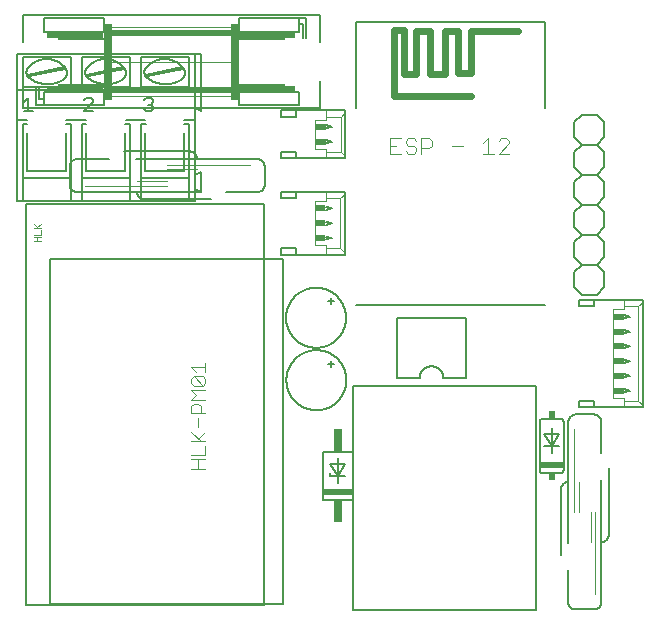
<source format=gto>
G75*
%MOIN*%
%OFA0B0*%
%FSLAX25Y25*%
%IPPOS*%
%LPD*%
%AMOC8*
5,1,8,0,0,1.08239X$1,22.5*
%
%ADD10C,0.00600*%
%ADD11C,0.00500*%
%ADD12C,0.00800*%
%ADD13C,0.00200*%
%ADD14R,0.03445X0.01969*%
%ADD15R,0.02500X0.04500*%
%ADD16R,0.02500X0.16000*%
%ADD17R,0.40000X0.02000*%
%ADD18R,0.15500X0.00500*%
%ADD19R,0.19000X0.02000*%
%ADD20C,0.00400*%
%ADD21R,0.08000X0.02000*%
%ADD22R,0.02000X0.02500*%
%ADD23R,0.10000X0.02000*%
%ADD24R,0.03000X0.07500*%
%ADD25C,0.02400*%
D10*
X0091335Y0078543D02*
X0091338Y0078788D01*
X0091347Y0079034D01*
X0091362Y0079279D01*
X0091383Y0079523D01*
X0091410Y0079767D01*
X0091443Y0080010D01*
X0091482Y0080253D01*
X0091527Y0080494D01*
X0091578Y0080734D01*
X0091635Y0080973D01*
X0091697Y0081210D01*
X0091766Y0081446D01*
X0091840Y0081680D01*
X0091920Y0081912D01*
X0092005Y0082142D01*
X0092096Y0082370D01*
X0092193Y0082595D01*
X0092295Y0082819D01*
X0092403Y0083039D01*
X0092516Y0083257D01*
X0092634Y0083472D01*
X0092758Y0083684D01*
X0092886Y0083893D01*
X0093020Y0084099D01*
X0093159Y0084301D01*
X0093303Y0084500D01*
X0093452Y0084695D01*
X0093605Y0084887D01*
X0093763Y0085075D01*
X0093925Y0085259D01*
X0094093Y0085438D01*
X0094264Y0085614D01*
X0094440Y0085785D01*
X0094619Y0085953D01*
X0094803Y0086115D01*
X0094991Y0086273D01*
X0095183Y0086426D01*
X0095378Y0086575D01*
X0095577Y0086719D01*
X0095779Y0086858D01*
X0095985Y0086992D01*
X0096194Y0087120D01*
X0096406Y0087244D01*
X0096621Y0087362D01*
X0096839Y0087475D01*
X0097059Y0087583D01*
X0097283Y0087685D01*
X0097508Y0087782D01*
X0097736Y0087873D01*
X0097966Y0087958D01*
X0098198Y0088038D01*
X0098432Y0088112D01*
X0098668Y0088181D01*
X0098905Y0088243D01*
X0099144Y0088300D01*
X0099384Y0088351D01*
X0099625Y0088396D01*
X0099868Y0088435D01*
X0100111Y0088468D01*
X0100355Y0088495D01*
X0100599Y0088516D01*
X0100844Y0088531D01*
X0101090Y0088540D01*
X0101335Y0088543D01*
X0101580Y0088540D01*
X0101826Y0088531D01*
X0102071Y0088516D01*
X0102315Y0088495D01*
X0102559Y0088468D01*
X0102802Y0088435D01*
X0103045Y0088396D01*
X0103286Y0088351D01*
X0103526Y0088300D01*
X0103765Y0088243D01*
X0104002Y0088181D01*
X0104238Y0088112D01*
X0104472Y0088038D01*
X0104704Y0087958D01*
X0104934Y0087873D01*
X0105162Y0087782D01*
X0105387Y0087685D01*
X0105611Y0087583D01*
X0105831Y0087475D01*
X0106049Y0087362D01*
X0106264Y0087244D01*
X0106476Y0087120D01*
X0106685Y0086992D01*
X0106891Y0086858D01*
X0107093Y0086719D01*
X0107292Y0086575D01*
X0107487Y0086426D01*
X0107679Y0086273D01*
X0107867Y0086115D01*
X0108051Y0085953D01*
X0108230Y0085785D01*
X0108406Y0085614D01*
X0108577Y0085438D01*
X0108745Y0085259D01*
X0108907Y0085075D01*
X0109065Y0084887D01*
X0109218Y0084695D01*
X0109367Y0084500D01*
X0109511Y0084301D01*
X0109650Y0084099D01*
X0109784Y0083893D01*
X0109912Y0083684D01*
X0110036Y0083472D01*
X0110154Y0083257D01*
X0110267Y0083039D01*
X0110375Y0082819D01*
X0110477Y0082595D01*
X0110574Y0082370D01*
X0110665Y0082142D01*
X0110750Y0081912D01*
X0110830Y0081680D01*
X0110904Y0081446D01*
X0110973Y0081210D01*
X0111035Y0080973D01*
X0111092Y0080734D01*
X0111143Y0080494D01*
X0111188Y0080253D01*
X0111227Y0080010D01*
X0111260Y0079767D01*
X0111287Y0079523D01*
X0111308Y0079279D01*
X0111323Y0079034D01*
X0111332Y0078788D01*
X0111335Y0078543D01*
X0111332Y0078298D01*
X0111323Y0078052D01*
X0111308Y0077807D01*
X0111287Y0077563D01*
X0111260Y0077319D01*
X0111227Y0077076D01*
X0111188Y0076833D01*
X0111143Y0076592D01*
X0111092Y0076352D01*
X0111035Y0076113D01*
X0110973Y0075876D01*
X0110904Y0075640D01*
X0110830Y0075406D01*
X0110750Y0075174D01*
X0110665Y0074944D01*
X0110574Y0074716D01*
X0110477Y0074491D01*
X0110375Y0074267D01*
X0110267Y0074047D01*
X0110154Y0073829D01*
X0110036Y0073614D01*
X0109912Y0073402D01*
X0109784Y0073193D01*
X0109650Y0072987D01*
X0109511Y0072785D01*
X0109367Y0072586D01*
X0109218Y0072391D01*
X0109065Y0072199D01*
X0108907Y0072011D01*
X0108745Y0071827D01*
X0108577Y0071648D01*
X0108406Y0071472D01*
X0108230Y0071301D01*
X0108051Y0071133D01*
X0107867Y0070971D01*
X0107679Y0070813D01*
X0107487Y0070660D01*
X0107292Y0070511D01*
X0107093Y0070367D01*
X0106891Y0070228D01*
X0106685Y0070094D01*
X0106476Y0069966D01*
X0106264Y0069842D01*
X0106049Y0069724D01*
X0105831Y0069611D01*
X0105611Y0069503D01*
X0105387Y0069401D01*
X0105162Y0069304D01*
X0104934Y0069213D01*
X0104704Y0069128D01*
X0104472Y0069048D01*
X0104238Y0068974D01*
X0104002Y0068905D01*
X0103765Y0068843D01*
X0103526Y0068786D01*
X0103286Y0068735D01*
X0103045Y0068690D01*
X0102802Y0068651D01*
X0102559Y0068618D01*
X0102315Y0068591D01*
X0102071Y0068570D01*
X0101826Y0068555D01*
X0101580Y0068546D01*
X0101335Y0068543D01*
X0101090Y0068546D01*
X0100844Y0068555D01*
X0100599Y0068570D01*
X0100355Y0068591D01*
X0100111Y0068618D01*
X0099868Y0068651D01*
X0099625Y0068690D01*
X0099384Y0068735D01*
X0099144Y0068786D01*
X0098905Y0068843D01*
X0098668Y0068905D01*
X0098432Y0068974D01*
X0098198Y0069048D01*
X0097966Y0069128D01*
X0097736Y0069213D01*
X0097508Y0069304D01*
X0097283Y0069401D01*
X0097059Y0069503D01*
X0096839Y0069611D01*
X0096621Y0069724D01*
X0096406Y0069842D01*
X0096194Y0069966D01*
X0095985Y0070094D01*
X0095779Y0070228D01*
X0095577Y0070367D01*
X0095378Y0070511D01*
X0095183Y0070660D01*
X0094991Y0070813D01*
X0094803Y0070971D01*
X0094619Y0071133D01*
X0094440Y0071301D01*
X0094264Y0071472D01*
X0094093Y0071648D01*
X0093925Y0071827D01*
X0093763Y0072011D01*
X0093605Y0072199D01*
X0093452Y0072391D01*
X0093303Y0072586D01*
X0093159Y0072785D01*
X0093020Y0072987D01*
X0092886Y0073193D01*
X0092758Y0073402D01*
X0092634Y0073614D01*
X0092516Y0073829D01*
X0092403Y0074047D01*
X0092295Y0074267D01*
X0092193Y0074491D01*
X0092096Y0074716D01*
X0092005Y0074944D01*
X0091920Y0075174D01*
X0091840Y0075406D01*
X0091766Y0075640D01*
X0091697Y0075876D01*
X0091635Y0076113D01*
X0091578Y0076352D01*
X0091527Y0076592D01*
X0091482Y0076833D01*
X0091443Y0077076D01*
X0091410Y0077319D01*
X0091383Y0077563D01*
X0091362Y0077807D01*
X0091347Y0078052D01*
X0091338Y0078298D01*
X0091335Y0078543D01*
X0105335Y0084043D02*
X0106335Y0084043D01*
X0107335Y0084043D01*
X0106335Y0084043D02*
X0106335Y0083043D01*
X0106335Y0084043D02*
X0106335Y0085043D01*
X0091228Y0099370D02*
X0091231Y0099615D01*
X0091240Y0099861D01*
X0091255Y0100106D01*
X0091276Y0100350D01*
X0091303Y0100594D01*
X0091336Y0100837D01*
X0091375Y0101080D01*
X0091420Y0101321D01*
X0091471Y0101561D01*
X0091528Y0101800D01*
X0091590Y0102037D01*
X0091659Y0102273D01*
X0091733Y0102507D01*
X0091813Y0102739D01*
X0091898Y0102969D01*
X0091989Y0103197D01*
X0092086Y0103422D01*
X0092188Y0103646D01*
X0092296Y0103866D01*
X0092409Y0104084D01*
X0092527Y0104299D01*
X0092651Y0104511D01*
X0092779Y0104720D01*
X0092913Y0104926D01*
X0093052Y0105128D01*
X0093196Y0105327D01*
X0093345Y0105522D01*
X0093498Y0105714D01*
X0093656Y0105902D01*
X0093818Y0106086D01*
X0093986Y0106265D01*
X0094157Y0106441D01*
X0094333Y0106612D01*
X0094512Y0106780D01*
X0094696Y0106942D01*
X0094884Y0107100D01*
X0095076Y0107253D01*
X0095271Y0107402D01*
X0095470Y0107546D01*
X0095672Y0107685D01*
X0095878Y0107819D01*
X0096087Y0107947D01*
X0096299Y0108071D01*
X0096514Y0108189D01*
X0096732Y0108302D01*
X0096952Y0108410D01*
X0097176Y0108512D01*
X0097401Y0108609D01*
X0097629Y0108700D01*
X0097859Y0108785D01*
X0098091Y0108865D01*
X0098325Y0108939D01*
X0098561Y0109008D01*
X0098798Y0109070D01*
X0099037Y0109127D01*
X0099277Y0109178D01*
X0099518Y0109223D01*
X0099761Y0109262D01*
X0100004Y0109295D01*
X0100248Y0109322D01*
X0100492Y0109343D01*
X0100737Y0109358D01*
X0100983Y0109367D01*
X0101228Y0109370D01*
X0101473Y0109367D01*
X0101719Y0109358D01*
X0101964Y0109343D01*
X0102208Y0109322D01*
X0102452Y0109295D01*
X0102695Y0109262D01*
X0102938Y0109223D01*
X0103179Y0109178D01*
X0103419Y0109127D01*
X0103658Y0109070D01*
X0103895Y0109008D01*
X0104131Y0108939D01*
X0104365Y0108865D01*
X0104597Y0108785D01*
X0104827Y0108700D01*
X0105055Y0108609D01*
X0105280Y0108512D01*
X0105504Y0108410D01*
X0105724Y0108302D01*
X0105942Y0108189D01*
X0106157Y0108071D01*
X0106369Y0107947D01*
X0106578Y0107819D01*
X0106784Y0107685D01*
X0106986Y0107546D01*
X0107185Y0107402D01*
X0107380Y0107253D01*
X0107572Y0107100D01*
X0107760Y0106942D01*
X0107944Y0106780D01*
X0108123Y0106612D01*
X0108299Y0106441D01*
X0108470Y0106265D01*
X0108638Y0106086D01*
X0108800Y0105902D01*
X0108958Y0105714D01*
X0109111Y0105522D01*
X0109260Y0105327D01*
X0109404Y0105128D01*
X0109543Y0104926D01*
X0109677Y0104720D01*
X0109805Y0104511D01*
X0109929Y0104299D01*
X0110047Y0104084D01*
X0110160Y0103866D01*
X0110268Y0103646D01*
X0110370Y0103422D01*
X0110467Y0103197D01*
X0110558Y0102969D01*
X0110643Y0102739D01*
X0110723Y0102507D01*
X0110797Y0102273D01*
X0110866Y0102037D01*
X0110928Y0101800D01*
X0110985Y0101561D01*
X0111036Y0101321D01*
X0111081Y0101080D01*
X0111120Y0100837D01*
X0111153Y0100594D01*
X0111180Y0100350D01*
X0111201Y0100106D01*
X0111216Y0099861D01*
X0111225Y0099615D01*
X0111228Y0099370D01*
X0111225Y0099125D01*
X0111216Y0098879D01*
X0111201Y0098634D01*
X0111180Y0098390D01*
X0111153Y0098146D01*
X0111120Y0097903D01*
X0111081Y0097660D01*
X0111036Y0097419D01*
X0110985Y0097179D01*
X0110928Y0096940D01*
X0110866Y0096703D01*
X0110797Y0096467D01*
X0110723Y0096233D01*
X0110643Y0096001D01*
X0110558Y0095771D01*
X0110467Y0095543D01*
X0110370Y0095318D01*
X0110268Y0095094D01*
X0110160Y0094874D01*
X0110047Y0094656D01*
X0109929Y0094441D01*
X0109805Y0094229D01*
X0109677Y0094020D01*
X0109543Y0093814D01*
X0109404Y0093612D01*
X0109260Y0093413D01*
X0109111Y0093218D01*
X0108958Y0093026D01*
X0108800Y0092838D01*
X0108638Y0092654D01*
X0108470Y0092475D01*
X0108299Y0092299D01*
X0108123Y0092128D01*
X0107944Y0091960D01*
X0107760Y0091798D01*
X0107572Y0091640D01*
X0107380Y0091487D01*
X0107185Y0091338D01*
X0106986Y0091194D01*
X0106784Y0091055D01*
X0106578Y0090921D01*
X0106369Y0090793D01*
X0106157Y0090669D01*
X0105942Y0090551D01*
X0105724Y0090438D01*
X0105504Y0090330D01*
X0105280Y0090228D01*
X0105055Y0090131D01*
X0104827Y0090040D01*
X0104597Y0089955D01*
X0104365Y0089875D01*
X0104131Y0089801D01*
X0103895Y0089732D01*
X0103658Y0089670D01*
X0103419Y0089613D01*
X0103179Y0089562D01*
X0102938Y0089517D01*
X0102695Y0089478D01*
X0102452Y0089445D01*
X0102208Y0089418D01*
X0101964Y0089397D01*
X0101719Y0089382D01*
X0101473Y0089373D01*
X0101228Y0089370D01*
X0100983Y0089373D01*
X0100737Y0089382D01*
X0100492Y0089397D01*
X0100248Y0089418D01*
X0100004Y0089445D01*
X0099761Y0089478D01*
X0099518Y0089517D01*
X0099277Y0089562D01*
X0099037Y0089613D01*
X0098798Y0089670D01*
X0098561Y0089732D01*
X0098325Y0089801D01*
X0098091Y0089875D01*
X0097859Y0089955D01*
X0097629Y0090040D01*
X0097401Y0090131D01*
X0097176Y0090228D01*
X0096952Y0090330D01*
X0096732Y0090438D01*
X0096514Y0090551D01*
X0096299Y0090669D01*
X0096087Y0090793D01*
X0095878Y0090921D01*
X0095672Y0091055D01*
X0095470Y0091194D01*
X0095271Y0091338D01*
X0095076Y0091487D01*
X0094884Y0091640D01*
X0094696Y0091798D01*
X0094512Y0091960D01*
X0094333Y0092128D01*
X0094157Y0092299D01*
X0093986Y0092475D01*
X0093818Y0092654D01*
X0093656Y0092838D01*
X0093498Y0093026D01*
X0093345Y0093218D01*
X0093196Y0093413D01*
X0093052Y0093612D01*
X0092913Y0093814D01*
X0092779Y0094020D01*
X0092651Y0094229D01*
X0092527Y0094441D01*
X0092409Y0094656D01*
X0092296Y0094874D01*
X0092188Y0095094D01*
X0092086Y0095318D01*
X0091989Y0095543D01*
X0091898Y0095771D01*
X0091813Y0096001D01*
X0091733Y0096233D01*
X0091659Y0096467D01*
X0091590Y0096703D01*
X0091528Y0096940D01*
X0091471Y0097179D01*
X0091420Y0097419D01*
X0091375Y0097660D01*
X0091336Y0097903D01*
X0091303Y0098146D01*
X0091276Y0098390D01*
X0091255Y0098634D01*
X0091240Y0098879D01*
X0091231Y0099125D01*
X0091228Y0099370D01*
X0105228Y0104870D02*
X0106228Y0104870D01*
X0107228Y0104870D01*
X0106228Y0104870D02*
X0106228Y0103870D01*
X0106228Y0104870D02*
X0106228Y0105870D01*
X0128213Y0099208D02*
X0151213Y0099208D01*
X0151213Y0079208D01*
X0143713Y0079208D01*
X0143711Y0079334D01*
X0143705Y0079459D01*
X0143695Y0079584D01*
X0143681Y0079709D01*
X0143664Y0079834D01*
X0143642Y0079958D01*
X0143617Y0080081D01*
X0143587Y0080203D01*
X0143554Y0080324D01*
X0143517Y0080444D01*
X0143477Y0080563D01*
X0143432Y0080680D01*
X0143384Y0080797D01*
X0143332Y0080911D01*
X0143277Y0081024D01*
X0143218Y0081135D01*
X0143156Y0081244D01*
X0143090Y0081351D01*
X0143021Y0081456D01*
X0142949Y0081559D01*
X0142874Y0081660D01*
X0142795Y0081758D01*
X0142713Y0081853D01*
X0142629Y0081946D01*
X0142541Y0082036D01*
X0142451Y0082124D01*
X0142358Y0082208D01*
X0142263Y0082290D01*
X0142165Y0082369D01*
X0142064Y0082444D01*
X0141961Y0082516D01*
X0141856Y0082585D01*
X0141749Y0082651D01*
X0141640Y0082713D01*
X0141529Y0082772D01*
X0141416Y0082827D01*
X0141302Y0082879D01*
X0141185Y0082927D01*
X0141068Y0082972D01*
X0140949Y0083012D01*
X0140829Y0083049D01*
X0140708Y0083082D01*
X0140586Y0083112D01*
X0140463Y0083137D01*
X0140339Y0083159D01*
X0140214Y0083176D01*
X0140089Y0083190D01*
X0139964Y0083200D01*
X0139839Y0083206D01*
X0139713Y0083208D01*
X0139587Y0083206D01*
X0139462Y0083200D01*
X0139337Y0083190D01*
X0139212Y0083176D01*
X0139087Y0083159D01*
X0138963Y0083137D01*
X0138840Y0083112D01*
X0138718Y0083082D01*
X0138597Y0083049D01*
X0138477Y0083012D01*
X0138358Y0082972D01*
X0138241Y0082927D01*
X0138124Y0082879D01*
X0138010Y0082827D01*
X0137897Y0082772D01*
X0137786Y0082713D01*
X0137677Y0082651D01*
X0137570Y0082585D01*
X0137465Y0082516D01*
X0137362Y0082444D01*
X0137261Y0082369D01*
X0137163Y0082290D01*
X0137068Y0082208D01*
X0136975Y0082124D01*
X0136885Y0082036D01*
X0136797Y0081946D01*
X0136713Y0081853D01*
X0136631Y0081758D01*
X0136552Y0081660D01*
X0136477Y0081559D01*
X0136405Y0081456D01*
X0136336Y0081351D01*
X0136270Y0081244D01*
X0136208Y0081135D01*
X0136149Y0081024D01*
X0136094Y0080911D01*
X0136042Y0080797D01*
X0135994Y0080680D01*
X0135949Y0080563D01*
X0135909Y0080444D01*
X0135872Y0080324D01*
X0135839Y0080203D01*
X0135809Y0080081D01*
X0135784Y0079958D01*
X0135762Y0079834D01*
X0135745Y0079709D01*
X0135731Y0079584D01*
X0135721Y0079459D01*
X0135715Y0079334D01*
X0135713Y0079208D01*
X0128213Y0079208D01*
X0128213Y0099208D01*
X0113465Y0054736D02*
X0103465Y0054736D01*
X0103465Y0038736D01*
X0113465Y0038736D01*
X0113465Y0054736D01*
X0110965Y0050736D02*
X0108465Y0046736D01*
X0105965Y0046736D01*
X0105965Y0047736D01*
X0108465Y0046736D02*
X0110965Y0046736D01*
X0108465Y0046736D02*
X0105965Y0050736D01*
X0110965Y0050736D01*
X0108465Y0052736D02*
X0108465Y0046736D01*
X0108465Y0044236D01*
X0175717Y0048685D02*
X0175717Y0064685D01*
X0175719Y0064745D01*
X0175724Y0064806D01*
X0175733Y0064865D01*
X0175746Y0064924D01*
X0175762Y0064983D01*
X0175782Y0065040D01*
X0175805Y0065095D01*
X0175832Y0065150D01*
X0175861Y0065202D01*
X0175894Y0065253D01*
X0175930Y0065302D01*
X0175968Y0065348D01*
X0176010Y0065392D01*
X0176054Y0065434D01*
X0176100Y0065472D01*
X0176149Y0065508D01*
X0176200Y0065541D01*
X0176252Y0065570D01*
X0176307Y0065597D01*
X0176362Y0065620D01*
X0176419Y0065640D01*
X0176478Y0065656D01*
X0176537Y0065669D01*
X0176596Y0065678D01*
X0176657Y0065683D01*
X0176717Y0065685D01*
X0182717Y0065685D01*
X0182777Y0065683D01*
X0182838Y0065678D01*
X0182897Y0065669D01*
X0182956Y0065656D01*
X0183015Y0065640D01*
X0183072Y0065620D01*
X0183127Y0065597D01*
X0183182Y0065570D01*
X0183234Y0065541D01*
X0183285Y0065508D01*
X0183334Y0065472D01*
X0183380Y0065434D01*
X0183424Y0065392D01*
X0183466Y0065348D01*
X0183504Y0065302D01*
X0183540Y0065253D01*
X0183573Y0065202D01*
X0183602Y0065150D01*
X0183629Y0065095D01*
X0183652Y0065040D01*
X0183672Y0064983D01*
X0183688Y0064924D01*
X0183701Y0064865D01*
X0183710Y0064806D01*
X0183715Y0064745D01*
X0183717Y0064685D01*
X0183717Y0048685D01*
X0183715Y0048625D01*
X0183710Y0048564D01*
X0183701Y0048505D01*
X0183688Y0048446D01*
X0183672Y0048387D01*
X0183652Y0048330D01*
X0183629Y0048275D01*
X0183602Y0048220D01*
X0183573Y0048168D01*
X0183540Y0048117D01*
X0183504Y0048068D01*
X0183466Y0048022D01*
X0183424Y0047978D01*
X0183380Y0047936D01*
X0183334Y0047898D01*
X0183285Y0047862D01*
X0183234Y0047829D01*
X0183182Y0047800D01*
X0183127Y0047773D01*
X0183072Y0047750D01*
X0183015Y0047730D01*
X0182956Y0047714D01*
X0182897Y0047701D01*
X0182838Y0047692D01*
X0182777Y0047687D01*
X0182717Y0047685D01*
X0176717Y0047685D01*
X0176657Y0047687D01*
X0176596Y0047692D01*
X0176537Y0047701D01*
X0176478Y0047714D01*
X0176419Y0047730D01*
X0176362Y0047750D01*
X0176307Y0047773D01*
X0176252Y0047800D01*
X0176200Y0047829D01*
X0176149Y0047862D01*
X0176100Y0047898D01*
X0176054Y0047936D01*
X0176010Y0047978D01*
X0175968Y0048022D01*
X0175930Y0048068D01*
X0175894Y0048117D01*
X0175861Y0048168D01*
X0175832Y0048220D01*
X0175805Y0048275D01*
X0175782Y0048330D01*
X0175762Y0048387D01*
X0175746Y0048446D01*
X0175733Y0048505D01*
X0175724Y0048564D01*
X0175719Y0048625D01*
X0175717Y0048685D01*
X0179717Y0054185D02*
X0179717Y0056685D01*
X0182217Y0056685D01*
X0179717Y0056685D02*
X0182217Y0060685D01*
X0177217Y0060685D01*
X0179717Y0056685D01*
X0177217Y0056685D01*
X0179717Y0056685D02*
X0179717Y0062685D01*
X0185299Y0064630D02*
X0185299Y0024130D01*
X0182799Y0020130D02*
X0182799Y0042130D01*
X0182801Y0042228D01*
X0182807Y0042326D01*
X0182816Y0042424D01*
X0182830Y0042521D01*
X0182847Y0042618D01*
X0182868Y0042714D01*
X0182893Y0042809D01*
X0182921Y0042903D01*
X0182954Y0042995D01*
X0182989Y0043087D01*
X0183029Y0043177D01*
X0183071Y0043265D01*
X0183118Y0043352D01*
X0183167Y0043436D01*
X0183220Y0043519D01*
X0183276Y0043599D01*
X0183336Y0043678D01*
X0183398Y0043754D01*
X0183463Y0043827D01*
X0183531Y0043898D01*
X0183602Y0043966D01*
X0183675Y0044031D01*
X0183751Y0044093D01*
X0183830Y0044153D01*
X0183910Y0044209D01*
X0183993Y0044262D01*
X0184077Y0044311D01*
X0184164Y0044358D01*
X0184252Y0044400D01*
X0184342Y0044440D01*
X0184434Y0044475D01*
X0184526Y0044508D01*
X0184620Y0044536D01*
X0184715Y0044561D01*
X0184811Y0044582D01*
X0184908Y0044599D01*
X0185005Y0044613D01*
X0185103Y0044622D01*
X0185201Y0044628D01*
X0185299Y0044630D01*
X0196299Y0045130D02*
X0196299Y0004630D01*
X0196297Y0004532D01*
X0196291Y0004434D01*
X0196282Y0004336D01*
X0196268Y0004239D01*
X0196251Y0004142D01*
X0196230Y0004046D01*
X0196205Y0003951D01*
X0196177Y0003857D01*
X0196144Y0003765D01*
X0196109Y0003673D01*
X0196069Y0003583D01*
X0196027Y0003495D01*
X0195980Y0003408D01*
X0195931Y0003324D01*
X0195878Y0003241D01*
X0195822Y0003161D01*
X0195762Y0003082D01*
X0195700Y0003006D01*
X0195635Y0002933D01*
X0195567Y0002862D01*
X0195496Y0002794D01*
X0195423Y0002729D01*
X0195347Y0002667D01*
X0195268Y0002607D01*
X0195188Y0002551D01*
X0195105Y0002498D01*
X0195021Y0002449D01*
X0194934Y0002402D01*
X0194846Y0002360D01*
X0194756Y0002320D01*
X0194664Y0002285D01*
X0194572Y0002252D01*
X0194478Y0002224D01*
X0194383Y0002199D01*
X0194287Y0002178D01*
X0194190Y0002161D01*
X0194093Y0002147D01*
X0193995Y0002138D01*
X0193897Y0002132D01*
X0193799Y0002130D01*
X0187799Y0002130D01*
X0187701Y0002132D01*
X0187603Y0002138D01*
X0187505Y0002147D01*
X0187408Y0002161D01*
X0187311Y0002178D01*
X0187215Y0002199D01*
X0187120Y0002224D01*
X0187026Y0002252D01*
X0186934Y0002285D01*
X0186842Y0002320D01*
X0186752Y0002360D01*
X0186664Y0002402D01*
X0186577Y0002449D01*
X0186493Y0002498D01*
X0186410Y0002551D01*
X0186330Y0002607D01*
X0186251Y0002667D01*
X0186175Y0002729D01*
X0186102Y0002794D01*
X0186031Y0002862D01*
X0185963Y0002933D01*
X0185898Y0003006D01*
X0185836Y0003082D01*
X0185776Y0003161D01*
X0185720Y0003241D01*
X0185667Y0003324D01*
X0185618Y0003408D01*
X0185571Y0003495D01*
X0185529Y0003583D01*
X0185489Y0003673D01*
X0185454Y0003765D01*
X0185421Y0003857D01*
X0185393Y0003951D01*
X0185368Y0004046D01*
X0185347Y0004142D01*
X0185330Y0004239D01*
X0185316Y0004336D01*
X0185307Y0004434D01*
X0185301Y0004532D01*
X0185299Y0004630D01*
X0185299Y0015130D01*
X0196299Y0024630D02*
X0196397Y0024632D01*
X0196495Y0024638D01*
X0196593Y0024647D01*
X0196690Y0024661D01*
X0196787Y0024678D01*
X0196883Y0024699D01*
X0196978Y0024724D01*
X0197072Y0024752D01*
X0197164Y0024785D01*
X0197256Y0024820D01*
X0197346Y0024860D01*
X0197434Y0024902D01*
X0197521Y0024949D01*
X0197605Y0024998D01*
X0197688Y0025051D01*
X0197768Y0025107D01*
X0197847Y0025167D01*
X0197923Y0025229D01*
X0197996Y0025294D01*
X0198067Y0025362D01*
X0198135Y0025433D01*
X0198200Y0025506D01*
X0198262Y0025582D01*
X0198322Y0025661D01*
X0198378Y0025741D01*
X0198431Y0025824D01*
X0198480Y0025908D01*
X0198527Y0025995D01*
X0198569Y0026083D01*
X0198609Y0026173D01*
X0198644Y0026265D01*
X0198677Y0026357D01*
X0198705Y0026451D01*
X0198730Y0026546D01*
X0198751Y0026642D01*
X0198768Y0026739D01*
X0198782Y0026836D01*
X0198791Y0026934D01*
X0198797Y0027032D01*
X0198799Y0027130D01*
X0198799Y0049130D01*
X0196299Y0054130D02*
X0196299Y0064630D01*
X0196297Y0064728D01*
X0196291Y0064826D01*
X0196282Y0064924D01*
X0196268Y0065021D01*
X0196251Y0065118D01*
X0196230Y0065214D01*
X0196205Y0065309D01*
X0196177Y0065403D01*
X0196144Y0065495D01*
X0196109Y0065587D01*
X0196069Y0065677D01*
X0196027Y0065765D01*
X0195980Y0065852D01*
X0195931Y0065936D01*
X0195878Y0066019D01*
X0195822Y0066099D01*
X0195762Y0066178D01*
X0195700Y0066254D01*
X0195635Y0066327D01*
X0195567Y0066398D01*
X0195496Y0066466D01*
X0195423Y0066531D01*
X0195347Y0066593D01*
X0195268Y0066653D01*
X0195188Y0066709D01*
X0195105Y0066762D01*
X0195021Y0066811D01*
X0194934Y0066858D01*
X0194846Y0066900D01*
X0194756Y0066940D01*
X0194664Y0066975D01*
X0194572Y0067008D01*
X0194478Y0067036D01*
X0194383Y0067061D01*
X0194287Y0067082D01*
X0194190Y0067099D01*
X0194093Y0067113D01*
X0193995Y0067122D01*
X0193897Y0067128D01*
X0193799Y0067130D01*
X0187799Y0067130D01*
X0187701Y0067128D01*
X0187603Y0067122D01*
X0187505Y0067113D01*
X0187408Y0067099D01*
X0187311Y0067082D01*
X0187215Y0067061D01*
X0187120Y0067036D01*
X0187026Y0067008D01*
X0186934Y0066975D01*
X0186842Y0066940D01*
X0186752Y0066900D01*
X0186664Y0066858D01*
X0186577Y0066811D01*
X0186493Y0066762D01*
X0186410Y0066709D01*
X0186330Y0066653D01*
X0186251Y0066593D01*
X0186175Y0066531D01*
X0186102Y0066466D01*
X0186031Y0066398D01*
X0185963Y0066327D01*
X0185898Y0066254D01*
X0185836Y0066178D01*
X0185776Y0066099D01*
X0185720Y0066019D01*
X0185667Y0065936D01*
X0185618Y0065852D01*
X0185571Y0065765D01*
X0185529Y0065677D01*
X0185489Y0065587D01*
X0185454Y0065495D01*
X0185421Y0065403D01*
X0185393Y0065309D01*
X0185368Y0065214D01*
X0185347Y0065118D01*
X0185330Y0065021D01*
X0185316Y0064924D01*
X0185307Y0064826D01*
X0185301Y0064728D01*
X0185299Y0064630D01*
X0189835Y0106937D02*
X0187335Y0109437D01*
X0187335Y0114437D01*
X0189835Y0116937D01*
X0187335Y0119437D01*
X0187335Y0124437D01*
X0189835Y0126937D01*
X0187335Y0129437D01*
X0187335Y0134437D01*
X0189835Y0136937D01*
X0187335Y0139437D01*
X0187335Y0144437D01*
X0189835Y0146937D01*
X0187335Y0149437D01*
X0187335Y0154437D01*
X0189835Y0156937D01*
X0187335Y0159437D01*
X0187335Y0164437D01*
X0189835Y0166937D01*
X0194835Y0166937D01*
X0197335Y0164437D01*
X0197335Y0159437D01*
X0194835Y0156937D01*
X0197335Y0154437D01*
X0197335Y0149437D01*
X0194835Y0146937D01*
X0189835Y0146937D01*
X0194835Y0146937D02*
X0197335Y0144437D01*
X0197335Y0139437D01*
X0194835Y0136937D01*
X0197335Y0134437D01*
X0197335Y0129437D01*
X0194835Y0126937D01*
X0197335Y0124437D01*
X0197335Y0119437D01*
X0194835Y0116937D01*
X0197335Y0114437D01*
X0197335Y0109437D01*
X0194835Y0106937D01*
X0189835Y0106937D01*
X0189835Y0116937D02*
X0194835Y0116937D01*
X0194835Y0126937D02*
X0189835Y0126937D01*
X0189835Y0136937D02*
X0194835Y0136937D01*
X0194835Y0156937D02*
X0189835Y0156937D01*
X0102500Y0169138D02*
X0102500Y0178138D01*
X0095500Y0174638D02*
X0075500Y0174638D01*
X0075500Y0170138D01*
X0095500Y0170138D01*
X0095500Y0174638D01*
X0102500Y0169138D02*
X0003500Y0169138D01*
X0003500Y0178138D01*
X0003418Y0176417D02*
X0003418Y0186417D01*
X0019418Y0186417D01*
X0019418Y0176417D01*
X0003418Y0176417D01*
X0001418Y0175417D02*
X0001418Y0187417D01*
X0060818Y0187417D01*
X0062818Y0187417D01*
X0062818Y0168417D01*
X0060818Y0169417D01*
X0060818Y0175417D01*
X0001418Y0175417D01*
X0001418Y0165417D01*
X0004918Y0165417D01*
X0004918Y0163917D02*
X0003418Y0163917D01*
X0003418Y0145917D01*
X0003418Y0138417D01*
X0019418Y0138417D01*
X0023118Y0138417D01*
X0039118Y0138417D01*
X0039118Y0145917D01*
X0023118Y0145917D01*
X0023118Y0163917D01*
X0024618Y0163917D01*
X0024618Y0165417D02*
X0017918Y0165417D01*
X0017918Y0163917D02*
X0019418Y0163917D01*
X0019418Y0145917D01*
X0003418Y0145917D01*
X0004918Y0148417D02*
X0004918Y0160917D01*
X0001418Y0165417D02*
X0001418Y0138417D01*
X0003418Y0138417D01*
X0004918Y0148417D02*
X0017918Y0148417D01*
X0017918Y0160917D01*
X0024618Y0160917D02*
X0024618Y0148417D01*
X0037618Y0148417D01*
X0037618Y0160917D01*
X0037618Y0163917D02*
X0039118Y0163917D01*
X0039118Y0145917D01*
X0042818Y0145917D02*
X0042818Y0163917D01*
X0044418Y0163917D01*
X0044318Y0165417D02*
X0037718Y0165417D01*
X0044318Y0160917D02*
X0044318Y0148417D01*
X0057318Y0148417D01*
X0057318Y0160917D01*
X0057318Y0163917D02*
X0058818Y0163917D01*
X0058818Y0145917D01*
X0042818Y0145917D01*
X0042818Y0138417D01*
X0058818Y0138417D01*
X0058818Y0145917D01*
X0060818Y0146917D02*
X0060818Y0165417D01*
X0057318Y0165417D01*
X0060818Y0165417D02*
X0060818Y0169417D01*
X0060818Y0175417D02*
X0060818Y0187417D01*
X0058818Y0186417D02*
X0058818Y0176417D01*
X0042818Y0176417D01*
X0042818Y0186417D01*
X0058818Y0186417D01*
X0056418Y0182917D02*
X0044418Y0180417D01*
X0044918Y0179917D02*
X0056918Y0182417D01*
X0056817Y0182817D02*
X0056884Y0182740D01*
X0056947Y0182661D01*
X0057007Y0182580D01*
X0057065Y0182497D01*
X0057119Y0182411D01*
X0057169Y0182323D01*
X0057217Y0182234D01*
X0057261Y0182143D01*
X0057302Y0182050D01*
X0057339Y0181956D01*
X0057372Y0181861D01*
X0057402Y0181764D01*
X0057429Y0181666D01*
X0057451Y0181567D01*
X0057470Y0181468D01*
X0057485Y0181368D01*
X0057496Y0181267D01*
X0057504Y0181166D01*
X0057508Y0181065D01*
X0057507Y0180964D01*
X0057504Y0180863D01*
X0057496Y0180762D01*
X0057484Y0180661D01*
X0057469Y0180561D01*
X0057450Y0180462D01*
X0057427Y0180363D01*
X0057401Y0180265D01*
X0057371Y0180169D01*
X0057337Y0180073D01*
X0057300Y0179979D01*
X0057259Y0179887D01*
X0057215Y0179795D01*
X0057167Y0179706D01*
X0057116Y0179619D01*
X0057062Y0179533D01*
X0057004Y0179450D01*
X0056944Y0179369D01*
X0056880Y0179290D01*
X0056814Y0179214D01*
X0056745Y0179140D01*
X0056673Y0179069D01*
X0056598Y0179000D01*
X0056836Y0182833D02*
X0056706Y0182979D01*
X0056572Y0183123D01*
X0056434Y0183263D01*
X0056293Y0183400D01*
X0056149Y0183534D01*
X0056001Y0183663D01*
X0055851Y0183790D01*
X0055697Y0183912D01*
X0055541Y0184031D01*
X0055381Y0184146D01*
X0055219Y0184257D01*
X0055054Y0184364D01*
X0054887Y0184468D01*
X0054717Y0184567D01*
X0054545Y0184661D01*
X0054371Y0184752D01*
X0054194Y0184839D01*
X0054016Y0184921D01*
X0053835Y0184998D01*
X0053653Y0185072D01*
X0053469Y0185141D01*
X0053284Y0185205D01*
X0053096Y0185265D01*
X0052908Y0185321D01*
X0052718Y0185371D01*
X0052527Y0185418D01*
X0052335Y0185459D01*
X0052142Y0185496D01*
X0051948Y0185528D01*
X0051753Y0185556D01*
X0051558Y0185578D01*
X0051363Y0185596D01*
X0051167Y0185610D01*
X0050970Y0185618D01*
X0050774Y0185622D01*
X0050577Y0185621D01*
X0050381Y0185615D01*
X0050185Y0185604D01*
X0049989Y0185589D01*
X0049793Y0185569D01*
X0049598Y0185544D01*
X0049404Y0185515D01*
X0049210Y0185481D01*
X0049018Y0185442D01*
X0048826Y0185398D01*
X0048636Y0185350D01*
X0048446Y0185297D01*
X0048258Y0185240D01*
X0048072Y0185178D01*
X0047887Y0185111D01*
X0047704Y0185041D01*
X0047522Y0184965D01*
X0047343Y0184886D01*
X0047165Y0184802D01*
X0046989Y0184713D01*
X0046816Y0184621D01*
X0046645Y0184524D01*
X0046476Y0184423D01*
X0046310Y0184318D01*
X0046146Y0184210D01*
X0045985Y0184097D01*
X0045827Y0183980D01*
X0045672Y0183860D01*
X0045520Y0183735D01*
X0045371Y0183608D01*
X0045224Y0183476D01*
X0045082Y0183341D01*
X0044942Y0183203D01*
X0044806Y0183061D01*
X0044673Y0182916D01*
X0044544Y0182768D01*
X0044419Y0182617D01*
X0044618Y0182818D02*
X0044553Y0182746D01*
X0044492Y0182672D01*
X0044433Y0182595D01*
X0044378Y0182516D01*
X0044326Y0182435D01*
X0044277Y0182351D01*
X0044232Y0182266D01*
X0044190Y0182179D01*
X0044152Y0182090D01*
X0044118Y0182000D01*
X0044088Y0181908D01*
X0044061Y0181816D01*
X0044038Y0181722D01*
X0044019Y0181627D01*
X0044004Y0181532D01*
X0043993Y0181436D01*
X0043986Y0181340D01*
X0043983Y0181243D01*
X0043984Y0181147D01*
X0043989Y0181050D01*
X0043998Y0180954D01*
X0044011Y0180859D01*
X0044027Y0180763D01*
X0044048Y0180669D01*
X0044073Y0180576D01*
X0044101Y0180484D01*
X0044133Y0180393D01*
X0044169Y0180303D01*
X0044209Y0180215D01*
X0044252Y0180129D01*
X0044299Y0180044D01*
X0044349Y0179962D01*
X0044403Y0179882D01*
X0044459Y0179804D01*
X0044519Y0179728D01*
X0044582Y0179655D01*
X0044648Y0179585D01*
X0044717Y0179517D01*
X0044789Y0179452D01*
X0044863Y0179391D01*
X0044940Y0179332D01*
X0045019Y0179277D01*
X0045100Y0179225D01*
X0045184Y0179176D01*
X0039118Y0176417D02*
X0023118Y0176417D01*
X0023118Y0186417D01*
X0039118Y0186417D01*
X0039118Y0176417D01*
X0036898Y0179000D02*
X0036973Y0179069D01*
X0037045Y0179140D01*
X0037114Y0179214D01*
X0037180Y0179290D01*
X0037244Y0179369D01*
X0037304Y0179450D01*
X0037362Y0179533D01*
X0037416Y0179619D01*
X0037467Y0179706D01*
X0037515Y0179795D01*
X0037559Y0179887D01*
X0037600Y0179979D01*
X0037637Y0180073D01*
X0037671Y0180169D01*
X0037701Y0180265D01*
X0037727Y0180363D01*
X0037750Y0180462D01*
X0037769Y0180561D01*
X0037784Y0180661D01*
X0037796Y0180762D01*
X0037804Y0180863D01*
X0037807Y0180964D01*
X0037808Y0181065D01*
X0037804Y0181166D01*
X0037796Y0181267D01*
X0037785Y0181368D01*
X0037770Y0181468D01*
X0037751Y0181567D01*
X0037729Y0181666D01*
X0037702Y0181764D01*
X0037672Y0181861D01*
X0037639Y0181956D01*
X0037602Y0182050D01*
X0037561Y0182143D01*
X0037517Y0182234D01*
X0037469Y0182323D01*
X0037419Y0182411D01*
X0037365Y0182497D01*
X0037307Y0182580D01*
X0037247Y0182661D01*
X0037184Y0182740D01*
X0037117Y0182817D01*
X0036718Y0182917D02*
X0024718Y0180417D01*
X0025218Y0179917D02*
X0037218Y0182417D01*
X0037081Y0179133D02*
X0036892Y0178995D01*
X0036699Y0178861D01*
X0036503Y0178732D01*
X0036304Y0178608D01*
X0036102Y0178488D01*
X0035898Y0178374D01*
X0035690Y0178265D01*
X0035480Y0178161D01*
X0035268Y0178062D01*
X0035053Y0177968D01*
X0034836Y0177879D01*
X0034617Y0177796D01*
X0034395Y0177718D01*
X0034172Y0177646D01*
X0033948Y0177579D01*
X0033721Y0177518D01*
X0033494Y0177462D01*
X0033265Y0177411D01*
X0033034Y0177367D01*
X0032803Y0177328D01*
X0032571Y0177294D01*
X0032338Y0177266D01*
X0032105Y0177244D01*
X0031871Y0177228D01*
X0031637Y0177217D01*
X0031402Y0177212D01*
X0031168Y0177213D01*
X0030934Y0177220D01*
X0030699Y0177232D01*
X0030466Y0177250D01*
X0030232Y0177274D01*
X0030000Y0177303D01*
X0029768Y0177338D01*
X0029537Y0177379D01*
X0029307Y0177425D01*
X0029078Y0177477D01*
X0028851Y0177534D01*
X0028625Y0177597D01*
X0028401Y0177666D01*
X0028178Y0177740D01*
X0027958Y0177819D01*
X0027739Y0177904D01*
X0027523Y0177994D01*
X0027308Y0178089D01*
X0027097Y0178189D01*
X0026887Y0178295D01*
X0026681Y0178406D01*
X0026477Y0178521D01*
X0026276Y0178642D01*
X0026078Y0178768D01*
X0025883Y0178898D01*
X0025691Y0179033D01*
X0025503Y0179173D01*
X0025318Y0179317D01*
X0025484Y0179176D02*
X0025400Y0179225D01*
X0025319Y0179277D01*
X0025240Y0179332D01*
X0025163Y0179391D01*
X0025089Y0179452D01*
X0025017Y0179517D01*
X0024948Y0179585D01*
X0024882Y0179655D01*
X0024819Y0179728D01*
X0024759Y0179804D01*
X0024703Y0179882D01*
X0024649Y0179962D01*
X0024599Y0180044D01*
X0024552Y0180129D01*
X0024509Y0180215D01*
X0024469Y0180303D01*
X0024433Y0180393D01*
X0024401Y0180484D01*
X0024373Y0180576D01*
X0024348Y0180669D01*
X0024327Y0180763D01*
X0024311Y0180859D01*
X0024298Y0180954D01*
X0024289Y0181050D01*
X0024284Y0181147D01*
X0024283Y0181243D01*
X0024286Y0181340D01*
X0024293Y0181436D01*
X0024304Y0181532D01*
X0024319Y0181627D01*
X0024338Y0181722D01*
X0024361Y0181816D01*
X0024388Y0181908D01*
X0024418Y0182000D01*
X0024452Y0182090D01*
X0024490Y0182179D01*
X0024532Y0182266D01*
X0024577Y0182351D01*
X0024626Y0182435D01*
X0024678Y0182516D01*
X0024733Y0182595D01*
X0024792Y0182672D01*
X0024853Y0182746D01*
X0024918Y0182818D01*
X0017618Y0182417D02*
X0005618Y0179917D01*
X0005118Y0180417D02*
X0017118Y0182917D01*
X0017517Y0182817D02*
X0017584Y0182740D01*
X0017647Y0182661D01*
X0017707Y0182580D01*
X0017765Y0182497D01*
X0017819Y0182411D01*
X0017869Y0182323D01*
X0017917Y0182234D01*
X0017961Y0182143D01*
X0018002Y0182050D01*
X0018039Y0181956D01*
X0018072Y0181861D01*
X0018102Y0181764D01*
X0018129Y0181666D01*
X0018151Y0181567D01*
X0018170Y0181468D01*
X0018185Y0181368D01*
X0018196Y0181267D01*
X0018204Y0181166D01*
X0018208Y0181065D01*
X0018207Y0180964D01*
X0018204Y0180863D01*
X0018196Y0180762D01*
X0018184Y0180661D01*
X0018169Y0180561D01*
X0018150Y0180462D01*
X0018127Y0180363D01*
X0018101Y0180265D01*
X0018071Y0180169D01*
X0018037Y0180073D01*
X0018000Y0179979D01*
X0017959Y0179887D01*
X0017915Y0179795D01*
X0017867Y0179706D01*
X0017816Y0179619D01*
X0017762Y0179533D01*
X0017704Y0179450D01*
X0017644Y0179369D01*
X0017580Y0179290D01*
X0017514Y0179214D01*
X0017445Y0179140D01*
X0017373Y0179069D01*
X0017298Y0179000D01*
X0017537Y0182834D02*
X0017406Y0182980D01*
X0017272Y0183124D01*
X0017134Y0183264D01*
X0016993Y0183401D01*
X0016849Y0183535D01*
X0016701Y0183665D01*
X0016551Y0183791D01*
X0016397Y0183913D01*
X0016241Y0184032D01*
X0016081Y0184147D01*
X0015919Y0184258D01*
X0015754Y0184366D01*
X0015587Y0184469D01*
X0015417Y0184568D01*
X0015245Y0184663D01*
X0015071Y0184753D01*
X0014894Y0184840D01*
X0014716Y0184922D01*
X0014535Y0185000D01*
X0014353Y0185073D01*
X0014169Y0185142D01*
X0013983Y0185206D01*
X0013796Y0185266D01*
X0013608Y0185322D01*
X0013418Y0185372D01*
X0013227Y0185419D01*
X0013035Y0185460D01*
X0012842Y0185497D01*
X0012648Y0185529D01*
X0012453Y0185557D01*
X0012258Y0185579D01*
X0012062Y0185597D01*
X0011866Y0185611D01*
X0011670Y0185619D01*
X0011473Y0185623D01*
X0011277Y0185622D01*
X0011080Y0185616D01*
X0010884Y0185605D01*
X0010688Y0185590D01*
X0010493Y0185570D01*
X0010298Y0185545D01*
X0010103Y0185516D01*
X0009910Y0185481D01*
X0009717Y0185443D01*
X0009525Y0185399D01*
X0009335Y0185351D01*
X0009146Y0185298D01*
X0008958Y0185241D01*
X0008771Y0185179D01*
X0008586Y0185112D01*
X0008403Y0185041D01*
X0008221Y0184966D01*
X0008042Y0184886D01*
X0007864Y0184802D01*
X0007688Y0184714D01*
X0007515Y0184622D01*
X0007344Y0184525D01*
X0007175Y0184424D01*
X0007009Y0184319D01*
X0006845Y0184210D01*
X0006684Y0184097D01*
X0006526Y0183981D01*
X0006371Y0183860D01*
X0006219Y0183736D01*
X0006070Y0183608D01*
X0005923Y0183477D01*
X0005781Y0183342D01*
X0005641Y0183203D01*
X0005505Y0183062D01*
X0005372Y0182917D01*
X0005243Y0182768D01*
X0005118Y0182617D01*
X0005318Y0182818D02*
X0005253Y0182746D01*
X0005192Y0182672D01*
X0005133Y0182595D01*
X0005078Y0182516D01*
X0005026Y0182435D01*
X0004977Y0182351D01*
X0004932Y0182266D01*
X0004890Y0182179D01*
X0004852Y0182090D01*
X0004818Y0182000D01*
X0004788Y0181908D01*
X0004761Y0181816D01*
X0004738Y0181722D01*
X0004719Y0181627D01*
X0004704Y0181532D01*
X0004693Y0181436D01*
X0004686Y0181340D01*
X0004683Y0181243D01*
X0004684Y0181147D01*
X0004689Y0181050D01*
X0004698Y0180954D01*
X0004711Y0180859D01*
X0004727Y0180763D01*
X0004748Y0180669D01*
X0004773Y0180576D01*
X0004801Y0180484D01*
X0004833Y0180393D01*
X0004869Y0180303D01*
X0004909Y0180215D01*
X0004952Y0180129D01*
X0004999Y0180044D01*
X0005049Y0179962D01*
X0005103Y0179882D01*
X0005159Y0179804D01*
X0005219Y0179728D01*
X0005282Y0179655D01*
X0005348Y0179585D01*
X0005417Y0179517D01*
X0005489Y0179452D01*
X0005563Y0179391D01*
X0005640Y0179332D01*
X0005719Y0179277D01*
X0005800Y0179225D01*
X0005884Y0179176D01*
X0008000Y0176638D02*
X0008000Y0170138D01*
X0010500Y0170138D01*
X0030500Y0170138D01*
X0030500Y0174638D01*
X0010500Y0174638D01*
X0010500Y0172138D01*
X0009000Y0172138D01*
X0009000Y0176638D01*
X0010500Y0172138D02*
X0010500Y0170138D01*
X0005719Y0179317D02*
X0005903Y0179173D01*
X0006092Y0179033D01*
X0006283Y0178898D01*
X0006478Y0178768D01*
X0006676Y0178642D01*
X0006877Y0178522D01*
X0007081Y0178406D01*
X0007288Y0178295D01*
X0007497Y0178190D01*
X0007709Y0178089D01*
X0007923Y0177994D01*
X0008140Y0177904D01*
X0008359Y0177819D01*
X0008579Y0177740D01*
X0008802Y0177666D01*
X0009026Y0177597D01*
X0009252Y0177534D01*
X0009479Y0177477D01*
X0009708Y0177425D01*
X0009938Y0177379D01*
X0010169Y0177338D01*
X0010400Y0177303D01*
X0010633Y0177274D01*
X0010866Y0177250D01*
X0011100Y0177232D01*
X0011334Y0177220D01*
X0011569Y0177213D01*
X0011803Y0177212D01*
X0012037Y0177217D01*
X0012272Y0177228D01*
X0012506Y0177244D01*
X0012739Y0177266D01*
X0012972Y0177294D01*
X0013204Y0177327D01*
X0013435Y0177367D01*
X0013665Y0177411D01*
X0013894Y0177462D01*
X0014122Y0177517D01*
X0014348Y0177579D01*
X0014573Y0177646D01*
X0014796Y0177718D01*
X0015017Y0177796D01*
X0015236Y0177879D01*
X0015453Y0177968D01*
X0015668Y0178062D01*
X0015881Y0178161D01*
X0016091Y0178265D01*
X0016298Y0178374D01*
X0016503Y0178488D01*
X0016705Y0178608D01*
X0016904Y0178732D01*
X0017100Y0178861D01*
X0017292Y0178994D01*
X0017482Y0179133D01*
X0024718Y0182617D02*
X0024843Y0182768D01*
X0024972Y0182917D01*
X0025105Y0183062D01*
X0025241Y0183203D01*
X0025381Y0183342D01*
X0025523Y0183477D01*
X0025670Y0183608D01*
X0025819Y0183736D01*
X0025971Y0183860D01*
X0026126Y0183981D01*
X0026284Y0184097D01*
X0026445Y0184210D01*
X0026609Y0184319D01*
X0026775Y0184424D01*
X0026944Y0184525D01*
X0027115Y0184622D01*
X0027288Y0184714D01*
X0027464Y0184802D01*
X0027642Y0184886D01*
X0027821Y0184966D01*
X0028003Y0185041D01*
X0028186Y0185112D01*
X0028371Y0185179D01*
X0028558Y0185241D01*
X0028746Y0185298D01*
X0028935Y0185351D01*
X0029125Y0185399D01*
X0029317Y0185443D01*
X0029510Y0185481D01*
X0029703Y0185516D01*
X0029898Y0185545D01*
X0030093Y0185570D01*
X0030288Y0185590D01*
X0030484Y0185605D01*
X0030680Y0185616D01*
X0030877Y0185622D01*
X0031073Y0185623D01*
X0031270Y0185619D01*
X0031466Y0185611D01*
X0031662Y0185597D01*
X0031858Y0185579D01*
X0032053Y0185557D01*
X0032248Y0185529D01*
X0032442Y0185497D01*
X0032635Y0185460D01*
X0032827Y0185419D01*
X0033018Y0185372D01*
X0033208Y0185322D01*
X0033396Y0185266D01*
X0033583Y0185206D01*
X0033769Y0185142D01*
X0033953Y0185073D01*
X0034135Y0185000D01*
X0034316Y0184922D01*
X0034494Y0184840D01*
X0034671Y0184753D01*
X0034845Y0184663D01*
X0035017Y0184568D01*
X0035187Y0184469D01*
X0035354Y0184366D01*
X0035519Y0184258D01*
X0035681Y0184147D01*
X0035841Y0184032D01*
X0035997Y0183913D01*
X0036151Y0183791D01*
X0036301Y0183665D01*
X0036449Y0183535D01*
X0036593Y0183401D01*
X0036734Y0183264D01*
X0036872Y0183124D01*
X0037006Y0182980D01*
X0037137Y0182834D01*
X0030500Y0194638D02*
X0030500Y0199138D01*
X0010500Y0199138D01*
X0010500Y0194638D01*
X0030500Y0194638D01*
X0045018Y0179317D02*
X0045203Y0179173D01*
X0045391Y0179033D01*
X0045583Y0178898D01*
X0045778Y0178768D01*
X0045976Y0178642D01*
X0046177Y0178521D01*
X0046381Y0178406D01*
X0046587Y0178295D01*
X0046797Y0178189D01*
X0047008Y0178089D01*
X0047223Y0177994D01*
X0047439Y0177904D01*
X0047658Y0177819D01*
X0047878Y0177740D01*
X0048101Y0177666D01*
X0048325Y0177597D01*
X0048551Y0177534D01*
X0048778Y0177477D01*
X0049007Y0177425D01*
X0049237Y0177379D01*
X0049468Y0177338D01*
X0049700Y0177303D01*
X0049932Y0177274D01*
X0050166Y0177250D01*
X0050399Y0177232D01*
X0050634Y0177220D01*
X0050868Y0177213D01*
X0051102Y0177212D01*
X0051337Y0177217D01*
X0051571Y0177228D01*
X0051805Y0177244D01*
X0052038Y0177266D01*
X0052271Y0177294D01*
X0052503Y0177328D01*
X0052734Y0177367D01*
X0052965Y0177411D01*
X0053194Y0177462D01*
X0053421Y0177518D01*
X0053648Y0177579D01*
X0053872Y0177646D01*
X0054095Y0177718D01*
X0054317Y0177796D01*
X0054536Y0177879D01*
X0054753Y0177968D01*
X0054968Y0178062D01*
X0055180Y0178161D01*
X0055390Y0178265D01*
X0055598Y0178374D01*
X0055802Y0178488D01*
X0056004Y0178608D01*
X0056203Y0178732D01*
X0056399Y0178861D01*
X0056592Y0178995D01*
X0056781Y0179133D01*
X0075500Y0194638D02*
X0075500Y0199138D01*
X0095500Y0199138D01*
X0098000Y0199138D01*
X0098000Y0192638D01*
X0097000Y0192638D02*
X0097000Y0197138D01*
X0095500Y0197138D01*
X0095500Y0194638D01*
X0075500Y0194638D01*
X0095500Y0197138D02*
X0095500Y0199138D01*
X0102500Y0200138D02*
X0102500Y0191138D01*
X0102500Y0200138D02*
X0003500Y0200138D01*
X0003500Y0191138D01*
X0037091Y0154776D02*
X0059091Y0154776D01*
X0059189Y0154774D01*
X0059287Y0154768D01*
X0059385Y0154759D01*
X0059482Y0154745D01*
X0059579Y0154728D01*
X0059675Y0154707D01*
X0059770Y0154682D01*
X0059864Y0154654D01*
X0059956Y0154621D01*
X0060048Y0154586D01*
X0060138Y0154546D01*
X0060226Y0154504D01*
X0060313Y0154457D01*
X0060397Y0154408D01*
X0060480Y0154355D01*
X0060560Y0154299D01*
X0060639Y0154239D01*
X0060715Y0154177D01*
X0060788Y0154112D01*
X0060859Y0154044D01*
X0060927Y0153973D01*
X0060992Y0153900D01*
X0061054Y0153824D01*
X0061114Y0153745D01*
X0061170Y0153665D01*
X0061223Y0153582D01*
X0061272Y0153498D01*
X0061319Y0153411D01*
X0061361Y0153323D01*
X0061401Y0153233D01*
X0061436Y0153141D01*
X0061469Y0153049D01*
X0061497Y0152955D01*
X0061522Y0152860D01*
X0061543Y0152764D01*
X0061560Y0152667D01*
X0061574Y0152570D01*
X0061583Y0152472D01*
X0061589Y0152374D01*
X0061591Y0152276D01*
X0062818Y0147917D02*
X0062818Y0141417D01*
X0060818Y0142417D01*
X0060818Y0146917D01*
X0062818Y0147917D01*
X0060818Y0142417D02*
X0060818Y0138417D01*
X0058818Y0138417D01*
X0062091Y0141276D02*
X0021591Y0141276D01*
X0021493Y0141278D01*
X0021395Y0141284D01*
X0021297Y0141293D01*
X0021200Y0141307D01*
X0021103Y0141324D01*
X0021007Y0141345D01*
X0020912Y0141370D01*
X0020818Y0141398D01*
X0020726Y0141431D01*
X0020634Y0141466D01*
X0020544Y0141506D01*
X0020456Y0141548D01*
X0020369Y0141595D01*
X0020285Y0141644D01*
X0020202Y0141697D01*
X0020122Y0141753D01*
X0020043Y0141813D01*
X0019967Y0141875D01*
X0019894Y0141940D01*
X0019823Y0142008D01*
X0019755Y0142079D01*
X0019690Y0142152D01*
X0019628Y0142228D01*
X0019568Y0142307D01*
X0019512Y0142387D01*
X0019459Y0142470D01*
X0019410Y0142554D01*
X0019363Y0142641D01*
X0019321Y0142729D01*
X0019281Y0142819D01*
X0019246Y0142911D01*
X0019213Y0143003D01*
X0019185Y0143097D01*
X0019160Y0143192D01*
X0019139Y0143288D01*
X0019122Y0143385D01*
X0019108Y0143482D01*
X0019099Y0143580D01*
X0019093Y0143678D01*
X0019091Y0143776D01*
X0019091Y0149776D01*
X0019093Y0149874D01*
X0019099Y0149972D01*
X0019108Y0150070D01*
X0019122Y0150167D01*
X0019139Y0150264D01*
X0019160Y0150360D01*
X0019185Y0150455D01*
X0019213Y0150549D01*
X0019246Y0150641D01*
X0019281Y0150733D01*
X0019321Y0150823D01*
X0019363Y0150911D01*
X0019410Y0150998D01*
X0019459Y0151082D01*
X0019512Y0151165D01*
X0019568Y0151245D01*
X0019628Y0151324D01*
X0019690Y0151400D01*
X0019755Y0151473D01*
X0019823Y0151544D01*
X0019894Y0151612D01*
X0019967Y0151677D01*
X0020043Y0151739D01*
X0020122Y0151799D01*
X0020202Y0151855D01*
X0020285Y0151908D01*
X0020369Y0151957D01*
X0020456Y0152004D01*
X0020544Y0152046D01*
X0020634Y0152086D01*
X0020726Y0152121D01*
X0020818Y0152154D01*
X0020912Y0152182D01*
X0021007Y0152207D01*
X0021103Y0152228D01*
X0021200Y0152245D01*
X0021297Y0152259D01*
X0021395Y0152268D01*
X0021493Y0152274D01*
X0021591Y0152276D01*
X0032091Y0152276D01*
X0041091Y0152276D02*
X0081591Y0152276D01*
X0081689Y0152274D01*
X0081787Y0152268D01*
X0081885Y0152259D01*
X0081982Y0152245D01*
X0082079Y0152228D01*
X0082175Y0152207D01*
X0082270Y0152182D01*
X0082364Y0152154D01*
X0082456Y0152121D01*
X0082548Y0152086D01*
X0082638Y0152046D01*
X0082726Y0152004D01*
X0082813Y0151957D01*
X0082897Y0151908D01*
X0082980Y0151855D01*
X0083060Y0151799D01*
X0083139Y0151739D01*
X0083215Y0151677D01*
X0083288Y0151612D01*
X0083359Y0151544D01*
X0083427Y0151473D01*
X0083492Y0151400D01*
X0083554Y0151324D01*
X0083614Y0151245D01*
X0083670Y0151165D01*
X0083723Y0151082D01*
X0083772Y0150998D01*
X0083819Y0150911D01*
X0083861Y0150823D01*
X0083901Y0150733D01*
X0083936Y0150641D01*
X0083969Y0150549D01*
X0083997Y0150455D01*
X0084022Y0150360D01*
X0084043Y0150264D01*
X0084060Y0150167D01*
X0084074Y0150070D01*
X0084083Y0149972D01*
X0084089Y0149874D01*
X0084091Y0149776D01*
X0084091Y0143776D01*
X0084089Y0143678D01*
X0084083Y0143580D01*
X0084074Y0143482D01*
X0084060Y0143385D01*
X0084043Y0143288D01*
X0084022Y0143192D01*
X0083997Y0143097D01*
X0083969Y0143003D01*
X0083936Y0142911D01*
X0083901Y0142819D01*
X0083861Y0142729D01*
X0083819Y0142641D01*
X0083772Y0142554D01*
X0083723Y0142470D01*
X0083670Y0142387D01*
X0083614Y0142307D01*
X0083554Y0142228D01*
X0083492Y0142152D01*
X0083427Y0142079D01*
X0083359Y0142008D01*
X0083288Y0141940D01*
X0083215Y0141875D01*
X0083139Y0141813D01*
X0083060Y0141753D01*
X0082980Y0141697D01*
X0082897Y0141644D01*
X0082813Y0141595D01*
X0082726Y0141548D01*
X0082638Y0141506D01*
X0082548Y0141466D01*
X0082456Y0141431D01*
X0082364Y0141398D01*
X0082270Y0141370D01*
X0082175Y0141345D01*
X0082079Y0141324D01*
X0081982Y0141307D01*
X0081885Y0141293D01*
X0081787Y0141284D01*
X0081689Y0141278D01*
X0081591Y0141276D01*
X0071091Y0141276D01*
X0066091Y0138776D02*
X0044091Y0138776D01*
X0042818Y0138417D02*
X0039118Y0138417D01*
X0041591Y0141276D02*
X0041593Y0141178D01*
X0041599Y0141080D01*
X0041608Y0140982D01*
X0041622Y0140885D01*
X0041639Y0140788D01*
X0041660Y0140692D01*
X0041685Y0140597D01*
X0041713Y0140503D01*
X0041746Y0140411D01*
X0041781Y0140319D01*
X0041821Y0140229D01*
X0041863Y0140141D01*
X0041910Y0140054D01*
X0041959Y0139970D01*
X0042012Y0139887D01*
X0042068Y0139807D01*
X0042128Y0139728D01*
X0042190Y0139652D01*
X0042255Y0139579D01*
X0042323Y0139508D01*
X0042394Y0139440D01*
X0042467Y0139375D01*
X0042543Y0139313D01*
X0042622Y0139253D01*
X0042702Y0139197D01*
X0042785Y0139144D01*
X0042869Y0139095D01*
X0042956Y0139048D01*
X0043044Y0139006D01*
X0043134Y0138966D01*
X0043226Y0138931D01*
X0043318Y0138898D01*
X0043412Y0138870D01*
X0043507Y0138845D01*
X0043603Y0138824D01*
X0043700Y0138807D01*
X0043797Y0138793D01*
X0043895Y0138784D01*
X0043993Y0138778D01*
X0044091Y0138776D01*
X0023118Y0138417D02*
X0023118Y0145917D01*
X0019418Y0145917D02*
X0019418Y0138417D01*
D11*
X0004484Y0003425D02*
X0084012Y0003425D01*
X0084012Y0137283D01*
X0004484Y0137283D01*
X0004484Y0003425D01*
X0012413Y0003807D02*
X0012413Y0118768D01*
X0090366Y0118768D01*
X0090366Y0003807D01*
X0012413Y0003807D01*
X0113630Y0001815D02*
X0174654Y0001815D01*
X0174654Y0076618D01*
X0113630Y0076618D01*
X0113630Y0001815D01*
X0114551Y0103441D02*
X0177543Y0103441D01*
X0177543Y0169189D02*
X0177543Y0197929D01*
X0114551Y0197929D01*
X0114551Y0169189D01*
X0046871Y0168918D02*
X0046120Y0168167D01*
X0044619Y0168167D01*
X0043868Y0168918D01*
X0045369Y0170419D02*
X0046120Y0170419D01*
X0046871Y0169669D01*
X0046871Y0168918D01*
X0046120Y0170419D02*
X0046871Y0171170D01*
X0046871Y0171921D01*
X0046120Y0172671D01*
X0044619Y0172671D01*
X0043868Y0171921D01*
X0026871Y0171921D02*
X0026871Y0171170D01*
X0023868Y0168167D01*
X0026871Y0168167D01*
X0026871Y0171921D02*
X0026120Y0172671D01*
X0024619Y0172671D01*
X0023868Y0171921D01*
X0006871Y0168167D02*
X0003868Y0168167D01*
X0005369Y0168167D02*
X0005369Y0172671D01*
X0003868Y0171170D01*
D12*
X0089705Y0168472D02*
X0089705Y0166406D01*
X0094626Y0166406D01*
X0094626Y0168374D01*
X0089705Y0168472D02*
X0110866Y0168472D01*
X0110866Y0167882D01*
X0110866Y0153118D01*
X0110866Y0152528D01*
X0089705Y0152528D01*
X0089705Y0154594D01*
X0094626Y0154594D01*
X0094626Y0152626D01*
X0104469Y0157547D02*
X0106437Y0158039D01*
X0104469Y0158531D01*
X0104469Y0162469D02*
X0106437Y0162961D01*
X0104469Y0163453D01*
X0110823Y0141280D02*
X0089661Y0141280D01*
X0089661Y0139213D01*
X0094583Y0139213D01*
X0094583Y0141181D01*
X0104425Y0136260D02*
X0106394Y0135768D01*
X0104425Y0135276D01*
X0104425Y0131339D02*
X0106394Y0130846D01*
X0104425Y0130354D01*
X0104425Y0126417D02*
X0106394Y0125925D01*
X0104425Y0125433D01*
X0110823Y0121004D02*
X0110823Y0120413D01*
X0089661Y0120413D01*
X0089661Y0122480D01*
X0094583Y0122480D01*
X0094583Y0120512D01*
X0110823Y0121004D02*
X0110823Y0140689D01*
X0110823Y0141280D01*
X0189016Y0105177D02*
X0189016Y0103110D01*
X0193937Y0103110D01*
X0193937Y0105079D01*
X0189016Y0105177D02*
X0210177Y0105177D01*
X0210177Y0104587D01*
X0210177Y0070138D01*
X0210177Y0069547D01*
X0189016Y0069547D01*
X0189016Y0071614D01*
X0193937Y0071614D01*
X0193937Y0069646D01*
X0203780Y0074567D02*
X0205748Y0075059D01*
X0203780Y0075551D01*
X0203780Y0079488D02*
X0205748Y0079980D01*
X0203780Y0080472D01*
X0203780Y0084409D02*
X0205748Y0084902D01*
X0203780Y0085394D01*
X0203780Y0089331D02*
X0205748Y0089823D01*
X0203780Y0090315D01*
X0203780Y0094252D02*
X0205748Y0094744D01*
X0203780Y0095236D01*
X0203780Y0099173D02*
X0205748Y0099665D01*
X0203780Y0100157D01*
D13*
X0203780Y0102126D02*
X0200335Y0102126D01*
X0200335Y0072598D01*
X0203780Y0072598D01*
X0203780Y0071614D01*
X0208701Y0071614D01*
X0210177Y0070138D01*
X0208701Y0071614D02*
X0208701Y0103110D01*
X0210177Y0104587D01*
X0208701Y0103110D02*
X0203780Y0103110D01*
X0203780Y0102126D01*
X0203780Y0103110D02*
X0203780Y0105079D01*
X0203780Y0071614D02*
X0203780Y0069646D01*
X0187299Y0062130D02*
X0187299Y0034630D01*
X0188799Y0034630D02*
X0188799Y0044630D01*
X0192799Y0034630D02*
X0192799Y0024630D01*
X0194299Y0034630D02*
X0194299Y0007130D01*
X0104425Y0120512D02*
X0104425Y0122480D01*
X0109346Y0122480D01*
X0110823Y0121004D01*
X0109346Y0122480D02*
X0109346Y0139213D01*
X0110823Y0140689D01*
X0109346Y0139213D02*
X0104425Y0139213D01*
X0104425Y0138228D01*
X0100980Y0138228D01*
X0100980Y0123465D01*
X0104425Y0123465D01*
X0104425Y0122480D01*
X0104425Y0139213D02*
X0104425Y0141181D01*
X0104469Y0152626D02*
X0104469Y0154594D01*
X0109390Y0154594D01*
X0110866Y0153118D01*
X0109390Y0154594D02*
X0109390Y0166406D01*
X0110866Y0167882D01*
X0109390Y0166406D02*
X0104469Y0166406D01*
X0104469Y0165421D01*
X0101024Y0165421D01*
X0101024Y0155579D01*
X0104469Y0155579D01*
X0104469Y0154594D01*
X0104469Y0166406D02*
X0104469Y0168374D01*
X0079091Y0150276D02*
X0051591Y0150276D01*
X0051591Y0148776D02*
X0061591Y0148776D01*
X0051591Y0144776D02*
X0041591Y0144776D01*
X0051591Y0143276D02*
X0024091Y0143276D01*
X0009383Y0130744D02*
X0008282Y0129643D01*
X0008649Y0129276D02*
X0007181Y0130744D01*
X0007181Y0129276D02*
X0009383Y0129276D01*
X0009383Y0128534D02*
X0009383Y0127066D01*
X0007181Y0127066D01*
X0007181Y0126324D02*
X0009383Y0126324D01*
X0008282Y0126324D02*
X0008282Y0124856D01*
X0009383Y0124856D02*
X0007181Y0124856D01*
X0033000Y0173138D02*
X0073000Y0173138D01*
X0073500Y0184638D02*
X0032500Y0184638D01*
X0033000Y0196138D02*
X0073000Y0196138D01*
D14*
X0102746Y0162961D03*
X0102746Y0158039D03*
X0102703Y0135768D03*
X0102703Y0130846D03*
X0102703Y0125925D03*
X0202057Y0099665D03*
X0202057Y0094744D03*
X0202057Y0089823D03*
X0202057Y0084902D03*
X0202057Y0079980D03*
X0202057Y0075059D03*
D15*
X0074250Y0174388D03*
X0074250Y0194888D03*
X0031750Y0194888D03*
X0031750Y0174388D03*
D16*
X0031750Y0184638D03*
X0074250Y0184638D03*
D17*
X0053000Y0194138D03*
X0053000Y0175138D03*
D18*
X0083250Y0176888D03*
X0083250Y0192388D03*
X0022750Y0192388D03*
X0022750Y0176888D03*
D19*
X0021000Y0175638D03*
X0021000Y0193638D03*
X0085000Y0193638D03*
X0085000Y0175638D03*
D20*
X0126015Y0159239D02*
X0126015Y0154035D01*
X0129485Y0154035D01*
X0131172Y0154902D02*
X0132039Y0154035D01*
X0133774Y0154035D01*
X0134641Y0154902D01*
X0134641Y0155769D01*
X0133774Y0156637D01*
X0132039Y0156637D01*
X0131172Y0157504D01*
X0131172Y0158372D01*
X0132039Y0159239D01*
X0133774Y0159239D01*
X0134641Y0158372D01*
X0136328Y0159239D02*
X0138930Y0159239D01*
X0139798Y0158372D01*
X0139798Y0156637D01*
X0138930Y0155769D01*
X0136328Y0155769D01*
X0136328Y0154035D02*
X0136328Y0159239D01*
X0129485Y0159239D02*
X0126015Y0159239D01*
X0126015Y0156637D02*
X0127750Y0156637D01*
X0146641Y0156637D02*
X0150111Y0156637D01*
X0156954Y0157504D02*
X0158689Y0159239D01*
X0158689Y0154035D01*
X0160423Y0154035D02*
X0156954Y0154035D01*
X0162110Y0154035D02*
X0165580Y0157504D01*
X0165580Y0158372D01*
X0164712Y0159239D01*
X0162977Y0159239D01*
X0162110Y0158372D01*
X0162110Y0154035D02*
X0165580Y0154035D01*
X0064284Y0084364D02*
X0064284Y0081295D01*
X0064284Y0082830D02*
X0059680Y0082830D01*
X0061215Y0081295D01*
X0060448Y0079761D02*
X0063517Y0076691D01*
X0064284Y0077459D01*
X0064284Y0078993D01*
X0063517Y0079761D01*
X0060448Y0079761D01*
X0059680Y0078993D01*
X0059680Y0077459D01*
X0060448Y0076691D01*
X0063517Y0076691D01*
X0064284Y0075157D02*
X0059680Y0075157D01*
X0061215Y0073622D01*
X0059680Y0072087D01*
X0064284Y0072087D01*
X0062750Y0069785D02*
X0062750Y0067483D01*
X0064284Y0067483D02*
X0059680Y0067483D01*
X0059680Y0069785D01*
X0060448Y0070553D01*
X0061982Y0070553D01*
X0062750Y0069785D01*
X0061982Y0065949D02*
X0061982Y0062880D01*
X0059680Y0061345D02*
X0062750Y0058276D01*
X0061982Y0059043D02*
X0064284Y0061345D01*
X0064284Y0058276D02*
X0059680Y0058276D01*
X0059680Y0053672D02*
X0064284Y0053672D01*
X0064284Y0056741D01*
X0064284Y0052137D02*
X0059680Y0052137D01*
X0061982Y0052137D02*
X0061982Y0049068D01*
X0064284Y0049068D02*
X0059680Y0049068D01*
D21*
X0179717Y0050185D03*
D22*
X0179717Y0046435D03*
X0179717Y0066935D03*
D23*
X0108465Y0041236D03*
D24*
X0108465Y0034986D03*
X0108465Y0058486D03*
D25*
X0127150Y0173126D02*
X0152740Y0173126D01*
X0152740Y0181000D02*
X0148409Y0181000D01*
X0148409Y0194780D01*
X0144079Y0194780D01*
X0144079Y0180606D01*
X0139354Y0180606D01*
X0139354Y0194780D01*
X0134630Y0194780D01*
X0134630Y0180606D01*
X0130693Y0180606D01*
X0130693Y0195173D01*
X0127150Y0195173D01*
X0127150Y0175882D01*
X0127150Y0175488D02*
X0127150Y0173126D01*
X0152740Y0181000D02*
X0152740Y0194780D01*
X0168488Y0194780D01*
M02*

</source>
